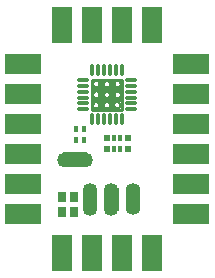
<source format=gts>
G04 DipTrace 2.4.0.2*
%INi2cswitch.gts*%
%MOMM*%
%ADD10C,0.25*%
%ADD18O,1.23X1.185*%
%ADD30C,0.165*%
%ADD38O,1.185X1.23*%
%ADD48O,0.33X1.05*%
%ADD49O,1.05X0.33*%
%ADD50R,0.45X0.55*%
%ADD51R,0.3X0.55*%
%ADD52R,0.575X0.55*%
%ADD53R,1.75X2.082*%
%ADD54R,1.75X1.65*%
%ADD55R,2.082X1.75*%
%ADD56R,1.65X1.75*%
%ADD57R,0.75X0.95*%
%FSLAX53Y53*%
G04*
G71*
G90*
G75*
G01*
%LNTopMask*%
%LPD*%
D18*
X16127Y14264D3*
G36*
X16742Y14038D2*
X15512D1*
Y16038D1*
X16742D1*
Y14038D1*
G37*
D18*
X16127Y15812D3*
X17960Y14261D3*
G36*
X18575Y14035D2*
X17345D1*
Y16035D1*
X18575D1*
Y14035D1*
G37*
D18*
X17960Y15809D3*
X19791Y14290D3*
G36*
X20406Y14064D2*
X19176D1*
Y16064D1*
X20406D1*
Y14064D1*
G37*
D18*
X19791Y15838D3*
D57*
X13810Y15264D3*
Y13964D3*
X14788Y15264D3*
Y13964D3*
D56*
X11270Y21430D3*
Y18890D3*
Y16350D3*
Y13810D3*
D55*
X10000Y21430D3*
Y18890D3*
Y16350D3*
Y13810D3*
D56*
X23970D3*
Y16350D3*
Y18890D3*
Y21430D3*
D55*
X25240Y13810D3*
Y16350D3*
Y18890D3*
Y21430D3*
D56*
X23970Y23970D3*
Y26510D3*
D55*
X25240Y23970D3*
Y26510D3*
D54*
X16350Y29050D3*
X13810D3*
D53*
X16350Y30320D3*
X13810D3*
D54*
X16350Y11270D3*
X13810D3*
D53*
X16350Y10000D3*
X13810D3*
D54*
X18890Y11270D3*
X21430D3*
D53*
X18890Y10000D3*
X21430D3*
D54*
Y29050D3*
X18890D3*
D53*
X21430Y30320D3*
X18890D3*
D56*
X11270Y26510D3*
Y23970D3*
D55*
X10000Y26510D3*
Y23970D3*
D52*
X17554Y19310D3*
D51*
X18194D3*
X18694D3*
D52*
X19329D3*
Y20210D3*
D51*
X18694D3*
X18194D3*
D52*
X17554D3*
D50*
X15658Y21054D3*
X14958D3*
Y20054D3*
X15658D3*
X17317Y23030D2*
D30*
X17318Y23049D1*
X17320Y23069D1*
X17323Y23088D1*
X17327Y23107D1*
X17333Y23126D1*
X17340Y23144D1*
X17348Y23161D1*
X17357Y23178D1*
X17368Y23194D1*
X17379Y23210D1*
X17392Y23224D1*
X17405Y23238D1*
X17419Y23250D1*
X17434Y23262D1*
X17450Y23272D1*
X17467Y23281D1*
X17484Y23289D1*
X17501Y23296D1*
X17519Y23301D1*
X17537Y23305D1*
X17556Y23308D1*
X17574Y23309D1*
X17593D1*
X17611Y23308D1*
X17630Y23305D1*
X17648Y23301D1*
X17666Y23296D1*
X17683Y23289D1*
X17700Y23281D1*
X17717Y23272D1*
X17733Y23262D1*
X17748Y23250D1*
X17762Y23238D1*
X17775Y23224D1*
X17788Y23210D1*
X17799Y23194D1*
X17810Y23178D1*
X17819Y23161D1*
X17827Y23144D1*
X17834Y23126D1*
X17840Y23107D1*
X17844Y23088D1*
X17848Y23069D1*
X17850Y23049D1*
Y23030D1*
Y23010D1*
X17848Y22991D1*
X17844Y22972D1*
X17840Y22953D1*
X17834Y22934D1*
X17827Y22916D1*
X17819Y22899D1*
X17810Y22882D1*
X17799Y22866D1*
X17788Y22850D1*
X17775Y22836D1*
X17762Y22822D1*
X17748Y22810D1*
X17733Y22798D1*
X17717Y22788D1*
X17700Y22779D1*
X17683Y22771D1*
X17666Y22764D1*
X17648Y22759D1*
X17630Y22755D1*
X17611Y22752D1*
X17593Y22751D1*
X17574D1*
X17556Y22752D1*
X17537Y22755D1*
X17519Y22759D1*
X17501Y22764D1*
X17484Y22771D1*
X17467Y22779D1*
X17450Y22788D1*
X17434Y22798D1*
X17419Y22810D1*
X17405Y22822D1*
X17392Y22836D1*
X17379Y22850D1*
X17368Y22866D1*
X17357Y22882D1*
X17348Y22899D1*
X17340Y22916D1*
X17333Y22934D1*
X17327Y22953D1*
X17323Y22972D1*
X17320Y22991D1*
X17318Y23010D1*
X17317Y23030D1*
X16414D2*
Y23049D1*
X16416Y23069D1*
X16419Y23088D1*
X16424Y23107D1*
X16430Y23126D1*
X16437Y23144D1*
X16445Y23161D1*
X16454Y23178D1*
X16465Y23194D1*
X16476Y23210D1*
X16489Y23224D1*
X16502Y23238D1*
X16516Y23250D1*
X16531Y23262D1*
X16547Y23272D1*
X16563Y23281D1*
X16580Y23289D1*
X16598Y23296D1*
X16616Y23301D1*
X16634Y23305D1*
X16652Y23308D1*
X16671Y23309D1*
X16690D1*
X16708Y23308D1*
X16727Y23305D1*
X16745Y23301D1*
X16763Y23296D1*
X16780Y23289D1*
X16797Y23281D1*
X16814Y23272D1*
X16829Y23262D1*
X16844Y23250D1*
X16859Y23238D1*
X16872Y23224D1*
X16885Y23210D1*
X16896Y23194D1*
X16906Y23178D1*
X16916Y23161D1*
X16924Y23144D1*
X16931Y23126D1*
X16937Y23107D1*
X16941Y23088D1*
X16944Y23069D1*
X16946Y23049D1*
X16947Y23030D1*
X16946Y23010D1*
X16944Y22991D1*
X16941Y22972D1*
X16937Y22953D1*
X16931Y22934D1*
X16924Y22916D1*
X16916Y22899D1*
X16906Y22882D1*
X16896Y22866D1*
X16885Y22850D1*
X16872Y22836D1*
X16859Y22822D1*
X16844Y22810D1*
X16829Y22798D1*
X16814Y22788D1*
X16797Y22779D1*
X16780Y22771D1*
X16763Y22764D1*
X16745Y22759D1*
X16727Y22755D1*
X16708Y22752D1*
X16690Y22751D1*
X16671D1*
X16652Y22752D1*
X16634Y22755D1*
X16616Y22759D1*
X16598Y22764D1*
X16580Y22771D1*
X16563Y22779D1*
X16547Y22788D1*
X16531Y22798D1*
X16516Y22810D1*
X16502Y22822D1*
X16489Y22836D1*
X16476Y22850D1*
X16465Y22866D1*
X16454Y22882D1*
X16445Y22899D1*
X16437Y22916D1*
X16430Y22934D1*
X16424Y22953D1*
X16419Y22972D1*
X16416Y22991D1*
X16414Y23010D1*
Y23030D1*
X18224Y23927D2*
Y23946D1*
X18226Y23965D1*
X18229Y23985D1*
X18234Y24004D1*
X18240Y24022D1*
X18247Y24040D1*
X18255Y24058D1*
X18264Y24075D1*
X18275Y24091D1*
X18286Y24106D1*
X18298Y24121D1*
X18312Y24134D1*
X18326Y24147D1*
X18341Y24158D1*
X18357Y24169D1*
X18373Y24178D1*
X18390Y24186D1*
X18408Y24192D1*
X18426Y24198D1*
X18444Y24202D1*
X18462Y24204D1*
X18481Y24206D1*
X18500D1*
X18518Y24204D1*
X18537Y24202D1*
X18555Y24198D1*
X18573Y24192D1*
X18590Y24186D1*
X18607Y24178D1*
X18624Y24169D1*
X18639Y24158D1*
X18654Y24147D1*
X18669Y24134D1*
X18682Y24121D1*
X18694Y24106D1*
X18706Y24091D1*
X18716Y24075D1*
X18726Y24058D1*
X18734Y24040D1*
X18741Y24022D1*
X18747Y24004D1*
X18751Y23985D1*
X18754Y23965D1*
X18756Y23946D1*
X18757Y23927D1*
X18756Y23907D1*
X18754Y23888D1*
X18751Y23868D1*
X18747Y23850D1*
X18741Y23831D1*
X18734Y23813D1*
X18726Y23795D1*
X18716Y23778D1*
X18706Y23762D1*
X18694Y23747D1*
X18682Y23732D1*
X18669Y23719D1*
X18654Y23706D1*
X18639Y23695D1*
X18624Y23685D1*
X18607Y23675D1*
X18590Y23667D1*
X18573Y23661D1*
X18555Y23655D1*
X18537Y23651D1*
X18518Y23649D1*
X18500Y23647D1*
X18481D1*
X18462Y23649D1*
X18444Y23651D1*
X18426Y23655D1*
X18408Y23661D1*
X18390Y23667D1*
X18373Y23675D1*
X18357Y23685D1*
X18341Y23695D1*
X18326Y23706D1*
X18312Y23719D1*
X18298Y23732D1*
X18286Y23747D1*
X18275Y23762D1*
X18264Y23778D1*
X18255Y23795D1*
X18247Y23813D1*
X18240Y23831D1*
X18234Y23850D1*
X18229Y23868D1*
X18226Y23888D1*
X18224Y23907D1*
Y23927D1*
X17324Y23930D2*
Y23949D1*
X17326Y23969D1*
X17330Y23988D1*
X17334Y24007D1*
X17340Y24025D1*
X17347Y24043D1*
X17355Y24061D1*
X17364Y24078D1*
X17375Y24094D1*
X17386Y24109D1*
X17399Y24124D1*
X17412Y24137D1*
X17426Y24150D1*
X17441Y24161D1*
X17457Y24172D1*
X17473Y24181D1*
X17490Y24189D1*
X17508Y24195D1*
X17526Y24201D1*
X17544Y24205D1*
X17562Y24208D1*
X17581Y24209D1*
X17600D1*
X17618Y24208D1*
X17637Y24205D1*
X17655Y24201D1*
X17673Y24195D1*
X17690Y24189D1*
X17707Y24181D1*
X17724Y24172D1*
X17739Y24161D1*
X17755Y24150D1*
X17769Y24137D1*
X17782Y24124D1*
X17795Y24109D1*
X17806Y24094D1*
X17816Y24078D1*
X17826Y24061D1*
X17834Y24043D1*
X17841Y24025D1*
X17847Y24007D1*
X17851Y23988D1*
X17854Y23969D1*
X17856Y23949D1*
X17857Y23930D1*
X17856Y23910D1*
X17854Y23891D1*
X17851Y23872D1*
X17847Y23853D1*
X17841Y23834D1*
X17834Y23816D1*
X17826Y23799D1*
X17816Y23782D1*
X17806Y23766D1*
X17795Y23750D1*
X17782Y23736D1*
X17769Y23722D1*
X17755Y23710D1*
X17739Y23698D1*
X17724Y23688D1*
X17707Y23679D1*
X17690Y23671D1*
X17673Y23664D1*
X17655Y23659D1*
X17637Y23655D1*
X17618Y23652D1*
X17600Y23651D1*
X17581D1*
X17562Y23652D1*
X17544Y23655D1*
X17526Y23659D1*
X17508Y23664D1*
X17490Y23671D1*
X17473Y23679D1*
X17457Y23688D1*
X17441Y23698D1*
X17426Y23710D1*
X17412Y23722D1*
X17399Y23736D1*
X17386Y23750D1*
X17375Y23766D1*
X17364Y23782D1*
X17355Y23799D1*
X17347Y23816D1*
X17340Y23834D1*
X17334Y23853D1*
X17330Y23872D1*
X17326Y23891D1*
X17324Y23910D1*
Y23930D1*
X17314D2*
Y23949D1*
X17316Y23969D1*
X17319Y23988D1*
X17324Y24007D1*
X17330Y24025D1*
X17337Y24043D1*
X17345Y24061D1*
X17354Y24078D1*
X17364Y24094D1*
X17376Y24109D1*
X17388Y24124D1*
X17402Y24137D1*
X17416Y24150D1*
X17431Y24161D1*
X17447Y24172D1*
X17463Y24181D1*
X17480Y24189D1*
X17498Y24195D1*
X17516Y24201D1*
X17534Y24205D1*
X17552Y24208D1*
X17571Y24209D1*
X17589D1*
X17608Y24208D1*
X17626Y24205D1*
X17645Y24201D1*
X17663Y24195D1*
X17680Y24189D1*
X17697Y24181D1*
X17713Y24172D1*
X17729Y24161D1*
X17744Y24150D1*
X17759Y24137D1*
X17772Y24124D1*
X17784Y24109D1*
X17796Y24094D1*
X17806Y24078D1*
X17816Y24061D1*
X17824Y24043D1*
X17831Y24025D1*
X17836Y24007D1*
X17841Y23988D1*
X17844Y23969D1*
X17846Y23949D1*
X17847Y23930D1*
X17846Y23910D1*
X17844Y23891D1*
X17841Y23872D1*
X17836Y23853D1*
X17831Y23834D1*
X17824Y23816D1*
X17816Y23799D1*
X17806Y23782D1*
X17796Y23766D1*
X17784Y23750D1*
X17772Y23736D1*
X17759Y23722D1*
X17744Y23710D1*
X17729Y23698D1*
X17713Y23688D1*
X17697Y23679D1*
X17680Y23671D1*
X17663Y23664D1*
X17645Y23659D1*
X17626Y23655D1*
X17608Y23652D1*
X17589Y23651D1*
X17571D1*
X17552Y23652D1*
X17534Y23655D1*
X17516Y23659D1*
X17498Y23664D1*
X17480Y23671D1*
X17463Y23679D1*
X17447Y23688D1*
X17431Y23698D1*
X17416Y23710D1*
X17402Y23722D1*
X17388Y23736D1*
X17376Y23750D1*
X17364Y23766D1*
X17354Y23782D1*
X17345Y23799D1*
X17337Y23816D1*
X17330Y23834D1*
X17324Y23853D1*
X17319Y23872D1*
X17316Y23891D1*
X17314Y23910D1*
Y23930D1*
X16417Y23923D2*
X16418Y23943D1*
X16420Y23962D1*
X16423Y23981D1*
X16427Y24000D1*
X16433Y24019D1*
X16440Y24037D1*
X16448Y24054D1*
X16458Y24071D1*
X16468Y24087D1*
X16479Y24103D1*
X16492Y24117D1*
X16505Y24131D1*
X16520Y24143D1*
X16535Y24155D1*
X16550Y24165D1*
X16567Y24174D1*
X16584Y24182D1*
X16601Y24189D1*
X16619Y24194D1*
X16637Y24198D1*
X16656Y24201D1*
X16674Y24202D1*
X16693D1*
X16712Y24201D1*
X16730Y24198D1*
X16748Y24194D1*
X16766Y24189D1*
X16784Y24182D1*
X16801Y24174D1*
X16817Y24165D1*
X16833Y24155D1*
X16848Y24143D1*
X16862Y24131D1*
X16875Y24117D1*
X16888Y24103D1*
X16899Y24087D1*
X16910Y24071D1*
X16919Y24054D1*
X16927Y24037D1*
X16934Y24019D1*
X16940Y24000D1*
X16944Y23981D1*
X16948Y23962D1*
X16950Y23943D1*
Y23923D1*
Y23904D1*
X16948Y23884D1*
X16944Y23865D1*
X16940Y23846D1*
X16934Y23828D1*
X16927Y23810D1*
X16919Y23792D1*
X16910Y23775D1*
X16899Y23759D1*
X16888Y23744D1*
X16875Y23729D1*
X16862Y23716D1*
X16848Y23703D1*
X16833Y23692D1*
X16817Y23681D1*
X16801Y23672D1*
X16784Y23664D1*
X16766Y23658D1*
X16748Y23652D1*
X16730Y23648D1*
X16712Y23646D1*
X16693Y23644D1*
X16674D1*
X16656Y23646D1*
X16637Y23648D1*
X16619Y23652D1*
X16601Y23658D1*
X16584Y23664D1*
X16567Y23672D1*
X16550Y23681D1*
X16535Y23692D1*
X16520Y23703D1*
X16505Y23716D1*
X16492Y23729D1*
X16479Y23744D1*
X16468Y23759D1*
X16458Y23775D1*
X16448Y23792D1*
X16440Y23810D1*
X16433Y23828D1*
X16427Y23846D1*
X16423Y23865D1*
X16420Y23884D1*
X16418Y23904D1*
X16417Y23923D1*
X17320Y24830D2*
X17321Y24849D1*
X17323Y24869D1*
X17326Y24888D1*
X17331Y24907D1*
X17336Y24926D1*
X17343Y24944D1*
X17352Y24961D1*
X17361Y24978D1*
X17371Y24994D1*
X17383Y25009D1*
X17395Y25024D1*
X17409Y25038D1*
X17423Y25050D1*
X17438Y25061D1*
X17454Y25072D1*
X17470Y25081D1*
X17487Y25089D1*
X17505Y25096D1*
X17522Y25101D1*
X17541Y25105D1*
X17559Y25108D1*
X17578Y25109D1*
X17596D1*
X17615Y25108D1*
X17633Y25105D1*
X17651Y25101D1*
X17669Y25096D1*
X17687Y25089D1*
X17704Y25081D1*
X17720Y25072D1*
X17736Y25061D1*
X17751Y25050D1*
X17765Y25038D1*
X17779Y25024D1*
X17791Y25009D1*
X17803Y24994D1*
X17813Y24978D1*
X17822Y24961D1*
X17831Y24944D1*
X17837Y24926D1*
X17843Y24907D1*
X17848Y24888D1*
X17851Y24869D1*
X17853Y24849D1*
X17854Y24830D1*
X17853Y24811D1*
X17851Y24791D1*
X17848Y24772D1*
X17843Y24753D1*
X17837Y24735D1*
X17831Y24716D1*
X17822Y24699D1*
X17813Y24682D1*
X17803Y24666D1*
X17791Y24651D1*
X17779Y24636D1*
X17765Y24622D1*
X17751Y24610D1*
X17736Y24599D1*
X17720Y24588D1*
X17704Y24579D1*
X17687Y24571D1*
X17669Y24564D1*
X17651Y24559D1*
X17633Y24555D1*
X17615Y24552D1*
X17596Y24551D1*
X17578D1*
X17559Y24552D1*
X17541Y24555D1*
X17522Y24559D1*
X17505Y24564D1*
X17487Y24571D1*
X17470Y24579D1*
X17454Y24588D1*
X17438Y24599D1*
X17423Y24610D1*
X17409Y24622D1*
X17395Y24636D1*
X17383Y24651D1*
X17371Y24666D1*
X17361Y24682D1*
X17352Y24699D1*
X17343Y24716D1*
X17336Y24735D1*
X17331Y24753D1*
X17326Y24772D1*
X17323Y24791D1*
X17321Y24811D1*
X17320Y24830D1*
X18217D2*
Y24849D1*
X18219Y24869D1*
X18223Y24888D1*
X18227Y24907D1*
X18233Y24926D1*
X18240Y24944D1*
X18248Y24961D1*
X18257Y24978D1*
X18268Y24994D1*
X18279Y25009D1*
X18292Y25024D1*
X18305Y25038D1*
X18319Y25050D1*
X18334Y25061D1*
X18350Y25072D1*
X18367Y25081D1*
X18384Y25089D1*
X18401Y25096D1*
X18419Y25101D1*
X18437Y25105D1*
X18456Y25108D1*
X18474Y25109D1*
X18493D1*
X18511Y25108D1*
X18530Y25105D1*
X18548Y25101D1*
X18566Y25096D1*
X18583Y25089D1*
X18600Y25081D1*
X18617Y25072D1*
X18633Y25061D1*
X18648Y25050D1*
X18662Y25038D1*
X18675Y25024D1*
X18688Y25009D1*
X18699Y24994D1*
X18710Y24978D1*
X18719Y24961D1*
X18727Y24944D1*
X18734Y24926D1*
X18740Y24907D1*
X18744Y24888D1*
X18747Y24869D1*
X18749Y24849D1*
X18750Y24830D1*
X18749Y24811D1*
X18747Y24791D1*
X18744Y24772D1*
X18740Y24753D1*
X18734Y24735D1*
X18727Y24716D1*
X18719Y24699D1*
X18710Y24682D1*
X18699Y24666D1*
X18688Y24651D1*
X18675Y24636D1*
X18662Y24622D1*
X18648Y24610D1*
X18633Y24599D1*
X18617Y24588D1*
X18600Y24579D1*
X18583Y24571D1*
X18566Y24564D1*
X18548Y24559D1*
X18530Y24555D1*
X18511Y24552D1*
X18493Y24551D1*
X18474D1*
X18456Y24552D1*
X18437Y24555D1*
X18419Y24559D1*
X18401Y24564D1*
X18384Y24571D1*
X18367Y24579D1*
X18350Y24588D1*
X18334Y24599D1*
X18319Y24610D1*
X18305Y24622D1*
X18292Y24636D1*
X18279Y24651D1*
X18268Y24666D1*
X18257Y24682D1*
X18248Y24699D1*
X18240Y24716D1*
X18233Y24735D1*
X18227Y24753D1*
X18223Y24772D1*
X18219Y24791D1*
X18217Y24811D1*
Y24830D1*
X16414D2*
Y24849D1*
X16416Y24869D1*
X16419Y24888D1*
X16424Y24907D1*
X16430Y24926D1*
X16437Y24944D1*
X16445Y24961D1*
X16454Y24978D1*
X16465Y24994D1*
X16476Y25009D1*
X16489Y25024D1*
X16502Y25038D1*
X16516Y25050D1*
X16531Y25061D1*
X16547Y25072D1*
X16563Y25081D1*
X16580Y25089D1*
X16598Y25096D1*
X16616Y25101D1*
X16634Y25105D1*
X16652Y25108D1*
X16671Y25109D1*
X16690D1*
X16708Y25108D1*
X16727Y25105D1*
X16745Y25101D1*
X16763Y25096D1*
X16780Y25089D1*
X16797Y25081D1*
X16814Y25072D1*
X16829Y25061D1*
X16844Y25050D1*
X16859Y25038D1*
X16872Y25024D1*
X16885Y25009D1*
X16896Y24994D1*
X16906Y24978D1*
X16916Y24961D1*
X16924Y24944D1*
X16931Y24926D1*
X16937Y24907D1*
X16941Y24888D1*
X16944Y24869D1*
X16946Y24849D1*
X16947Y24830D1*
X16946Y24811D1*
X16944Y24791D1*
X16941Y24772D1*
X16937Y24753D1*
X16931Y24735D1*
X16924Y24716D1*
X16916Y24699D1*
X16906Y24682D1*
X16896Y24666D1*
X16885Y24651D1*
X16872Y24636D1*
X16859Y24622D1*
X16844Y24610D1*
X16829Y24599D1*
X16814Y24588D1*
X16797Y24579D1*
X16780Y24571D1*
X16763Y24564D1*
X16745Y24559D1*
X16727Y24555D1*
X16708Y24552D1*
X16690Y24551D1*
X16671D1*
X16652Y24552D1*
X16634Y24555D1*
X16616Y24559D1*
X16598Y24564D1*
X16580Y24571D1*
X16563Y24579D1*
X16547Y24588D1*
X16531Y24599D1*
X16516Y24610D1*
X16502Y24622D1*
X16489Y24636D1*
X16476Y24651D1*
X16465Y24666D1*
X16454Y24682D1*
X16445Y24699D1*
X16437Y24716D1*
X16430Y24735D1*
X16424Y24753D1*
X16419Y24772D1*
X16416Y24791D1*
X16414Y24811D1*
Y24830D1*
X18840Y22660D2*
D10*
X16350D1*
Y25187D1*
X18840D1*
Y22660D1*
G36*
X18246Y22720D2*
X17766D1*
Y25103D1*
X18246D1*
Y22720D1*
G37*
G36*
X18803Y24126D2*
X16326D1*
Y24593D1*
X18803D1*
Y24126D1*
G37*
G36*
X18786Y23267D2*
X16427D1*
Y23733D1*
X18786D1*
Y23267D1*
G37*
G36*
X17357Y22627D2*
X16883D1*
Y25096D1*
X17357D1*
Y22627D1*
G37*
X18190Y23043D2*
D30*
X18191Y23063D1*
X18193Y23082D1*
X18196Y23101D1*
X18201Y23120D1*
X18206Y23139D1*
X18213Y23157D1*
X18221Y23174D1*
X18231Y23191D1*
X18241Y23207D1*
X18253Y23223D1*
X18265Y23237D1*
X18278Y23251D1*
X18293Y23263D1*
X18308Y23275D1*
X18323Y23285D1*
X18340Y23294D1*
X18357Y23302D1*
X18374Y23309D1*
X18392Y23314D1*
X18410Y23318D1*
X18429Y23321D1*
X18447Y23323D1*
X18466D1*
X18485Y23321D1*
X18503Y23318D1*
X18521Y23314D1*
X18539Y23309D1*
X18557Y23302D1*
X18574Y23294D1*
X18590Y23285D1*
X18606Y23275D1*
X18621Y23263D1*
X18635Y23251D1*
X18649Y23237D1*
X18661Y23223D1*
X18672Y23207D1*
X18683Y23191D1*
X18692Y23174D1*
X18700Y23157D1*
X18707Y23139D1*
X18713Y23120D1*
X18718Y23101D1*
X18721Y23082D1*
X18723Y23063D1*
Y23043D1*
Y23024D1*
X18721Y23004D1*
X18718Y22985D1*
X18713Y22966D1*
X18707Y22948D1*
X18700Y22930D1*
X18692Y22912D1*
X18683Y22895D1*
X18672Y22879D1*
X18661Y22864D1*
X18649Y22849D1*
X18635Y22836D1*
X18621Y22823D1*
X18606Y22812D1*
X18590Y22801D1*
X18574Y22792D1*
X18557Y22784D1*
X18539Y22777D1*
X18521Y22772D1*
X18503Y22768D1*
X18485Y22765D1*
X18466Y22764D1*
X18447D1*
X18429Y22765D1*
X18410Y22768D1*
X18392Y22772D1*
X18374Y22777D1*
X18357Y22784D1*
X18340Y22792D1*
X18323Y22801D1*
X18308Y22812D1*
X18293Y22823D1*
X18278Y22836D1*
X18265Y22849D1*
X18253Y22864D1*
X18241Y22879D1*
X18231Y22895D1*
X18221Y22912D1*
X18213Y22930D1*
X18206Y22948D1*
X18201Y22966D1*
X18196Y22985D1*
X18193Y23004D1*
X18191Y23024D1*
X18190Y23043D1*
D49*
X19630Y22677D3*
Y23177D3*
Y23677D3*
Y24177D3*
Y24677D3*
Y25177D3*
D48*
X18830Y25977D3*
X18330D3*
X17830D3*
X17330D3*
X16830D3*
X16330D3*
D49*
X15530Y25177D3*
Y24677D3*
Y24177D3*
Y23677D3*
Y23177D3*
Y22677D3*
D48*
X16330Y21877D3*
X16830D3*
X17330D3*
X17830D3*
X18330D3*
X18830D3*
D38*
X15830Y18430D3*
G36*
X15869Y19029D2*
X13895D1*
Y17830D1*
X15869D1*
Y19029D1*
G37*
D38*
X13910Y18430D3*
M02*

</source>
